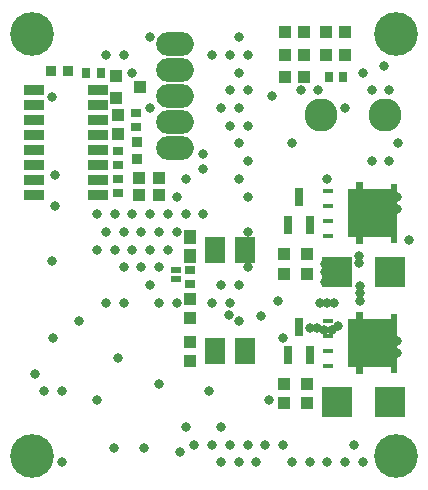
<source format=gbs>
G04*
G04 #@! TF.GenerationSoftware,Altium Limited,Altium Designer,24.6.1 (21)*
G04*
G04 Layer_Color=16711935*
%FSLAX44Y44*%
%MOMM*%
G71*
G04*
G04 #@! TF.SameCoordinates,7DB87AFF-7CBC-4857-802F-EC09E7027B42*
G04*
G04*
G04 #@! TF.FilePolarity,Negative*
G04*
G01*
G75*
%ADD15R,1.0621X1.1350*%
%ADD16R,1.1350X1.0621*%
%ADD19R,0.7500X0.9000*%
%ADD26R,0.9000X0.7500*%
%ADD31R,0.9032X0.6032*%
%ADD37C,2.8032*%
%ADD38C,3.7032*%
%ADD39C,0.8032*%
%ADD48R,0.9581X0.9621*%
%ADD50R,1.0582X1.2061*%
%ADD53R,0.9621X0.9350*%
%ADD54C,3.6549*%
%ADD55R,0.8200X0.4100*%
%ADD58R,1.7282X0.9032*%
%ADD59R,1.7532X2.3032*%
%ADD60R,2.5032X2.5032*%
%ADD61O,3.2032X2.0032*%
%ADD62R,1.1032X1.0032*%
%ADD63R,0.8032X1.5532*%
G36*
X301443Y137305D02*
X324543D01*
Y142000D01*
X329643D01*
Y92000D01*
X324543D01*
Y96695D01*
X301443D01*
Y90745D01*
X295343D01*
Y96695D01*
X288243D01*
Y117000D01*
Y137305D01*
X295343D01*
Y143255D01*
X301443D01*
Y137305D01*
D02*
G37*
G36*
Y247305D02*
X324543D01*
Y252000D01*
X329643D01*
Y202000D01*
X324543D01*
Y206695D01*
X301443D01*
Y200745D01*
X295343D01*
Y206695D01*
X288243D01*
Y227000D01*
Y247305D01*
X295343D01*
Y253255D01*
X301443D01*
Y247305D01*
D02*
G37*
D15*
X234000Y82154D02*
D03*
Y65846D02*
D03*
Y175846D02*
D03*
X155000Y118154D02*
D03*
Y101846D02*
D03*
Y154154D02*
D03*
Y137846D02*
D03*
X94000Y310154D02*
D03*
Y293846D02*
D03*
X254000Y192154D02*
D03*
Y175846D02*
D03*
X234000Y192154D02*
D03*
X254000Y65846D02*
D03*
Y82154D02*
D03*
D16*
X286154Y380000D02*
D03*
X234846Y342000D02*
D03*
X251154D02*
D03*
X286154Y361000D02*
D03*
X269846D02*
D03*
X234846D02*
D03*
X251154D02*
D03*
X251154Y380000D02*
D03*
X234846D02*
D03*
X269846D02*
D03*
X128154Y257000D02*
D03*
X111846D02*
D03*
X128154Y242000D02*
D03*
X111846D02*
D03*
D19*
X272000Y342000D02*
D03*
X284000D02*
D03*
X79000Y346000D02*
D03*
X67000D02*
D03*
D26*
X155000Y179000D02*
D03*
Y167000D02*
D03*
X94000Y244000D02*
D03*
Y256000D02*
D03*
Y280000D02*
D03*
Y268000D02*
D03*
X109000Y300000D02*
D03*
Y312000D02*
D03*
D31*
X143000Y178500D02*
D03*
Y171500D02*
D03*
D37*
X320000Y310000D02*
D03*
X266000D02*
D03*
D38*
X329000Y379000D02*
D03*
Y21000D02*
D03*
X21000D02*
D03*
Y379000D02*
D03*
D39*
X38163Y186271D02*
D03*
X283000Y172000D02*
D03*
Y180000D02*
D03*
X76000Y69000D02*
D03*
X298000Y185000D02*
D03*
X331000Y286000D02*
D03*
X323500Y331000D02*
D03*
Y271000D02*
D03*
X301000Y346000D02*
D03*
X308500Y331000D02*
D03*
Y271000D02*
D03*
X301000Y16000D02*
D03*
X286000Y316000D02*
D03*
X293500Y31000D02*
D03*
X286000Y16000D02*
D03*
X271000Y256000D02*
D03*
Y16000D02*
D03*
X263500Y331000D02*
D03*
X256000Y16000D02*
D03*
X248500Y331000D02*
D03*
X241000Y286000D02*
D03*
Y16000D02*
D03*
X233500Y121000D02*
D03*
Y31000D02*
D03*
X218500D02*
D03*
X211000Y16000D02*
D03*
X196000Y376000D02*
D03*
X203500Y361000D02*
D03*
X196000Y346000D02*
D03*
X203500Y331000D02*
D03*
X196000Y316000D02*
D03*
X203500Y301000D02*
D03*
X196000Y286000D02*
D03*
X203500Y271000D02*
D03*
X196000Y256000D02*
D03*
X203500Y241000D02*
D03*
Y211000D02*
D03*
Y181000D02*
D03*
X196000Y166000D02*
D03*
Y136000D02*
D03*
X203500Y31000D02*
D03*
X196000Y16000D02*
D03*
X188500Y361000D02*
D03*
Y331000D02*
D03*
X181000Y316000D02*
D03*
X188500Y301000D02*
D03*
X181000Y166000D02*
D03*
X188500Y151000D02*
D03*
X181000Y46000D02*
D03*
X188500Y31000D02*
D03*
X181000Y16000D02*
D03*
X173500Y361000D02*
D03*
X166000Y226000D02*
D03*
X173500Y151000D02*
D03*
Y31000D02*
D03*
X151000Y256000D02*
D03*
Y226000D02*
D03*
Y46000D02*
D03*
X158500Y31000D02*
D03*
X143500Y241000D02*
D03*
X136000Y226000D02*
D03*
X143500Y211000D02*
D03*
X136000Y196000D02*
D03*
X143500Y151000D02*
D03*
X121000Y376000D02*
D03*
Y316000D02*
D03*
Y226000D02*
D03*
X128500Y211000D02*
D03*
X121000Y196000D02*
D03*
X128500Y181000D02*
D03*
X121000Y166000D02*
D03*
X128500Y151000D02*
D03*
X106000Y346000D02*
D03*
Y226000D02*
D03*
X113500Y211000D02*
D03*
X106000Y196000D02*
D03*
X113500Y181000D02*
D03*
X98500Y361000D02*
D03*
X91000Y226000D02*
D03*
X98500Y211000D02*
D03*
X91000Y196000D02*
D03*
X98500Y181000D02*
D03*
Y151000D02*
D03*
X83500Y361000D02*
D03*
X76000Y226000D02*
D03*
X83500Y211000D02*
D03*
X76000Y196000D02*
D03*
X83500Y151000D02*
D03*
X61000Y136000D02*
D03*
X46000Y76000D02*
D03*
Y16000D02*
D03*
X38500Y121000D02*
D03*
X31000Y76000D02*
D03*
X23500Y91000D02*
D03*
X229000Y153000D02*
D03*
X215000Y140000D02*
D03*
X222000Y69000D02*
D03*
X188000Y141000D02*
D03*
X268000Y128460D02*
D03*
X275000D02*
D03*
X280433Y131814D02*
D03*
X262000Y130000D02*
D03*
X256000D02*
D03*
X224090Y325800D02*
D03*
X38000Y325000D02*
D03*
X171000Y76000D02*
D03*
X155000Y137846D02*
D03*
Y119000D02*
D03*
X166000Y264000D02*
D03*
Y277000D02*
D03*
X40625Y259000D02*
D03*
X40000Y233000D02*
D03*
X340000Y204000D02*
D03*
X319000Y352000D02*
D03*
X265000Y151000D02*
D03*
X271000D02*
D03*
X277000D02*
D03*
X298000Y191000D02*
D03*
X299000Y165000D02*
D03*
Y159000D02*
D03*
Y153000D02*
D03*
X269000Y184000D02*
D03*
X277000Y169000D02*
D03*
Y177000D02*
D03*
Y184000D02*
D03*
X269000Y177000D02*
D03*
Y169000D02*
D03*
X329641Y108879D02*
D03*
Y118879D02*
D03*
X300000Y109000D02*
D03*
X320000Y119000D02*
D03*
X310000D02*
D03*
X300000D02*
D03*
X310000Y109000D02*
D03*
X320000D02*
D03*
X320000Y231000D02*
D03*
X310000D02*
D03*
X300000Y241000D02*
D03*
X310000D02*
D03*
X320000D02*
D03*
X300000Y231000D02*
D03*
X329641Y240879D02*
D03*
Y230879D02*
D03*
X115350Y27880D02*
D03*
X146000Y24500D02*
D03*
X128050Y82120D02*
D03*
X93846Y104000D02*
D03*
X89950Y27880D02*
D03*
D48*
X36730Y347000D02*
D03*
X51270D02*
D03*
D50*
X155000Y190989D02*
D03*
Y207011D02*
D03*
D53*
X110000Y272846D02*
D03*
Y287154D02*
D03*
D54*
X309000Y117000D02*
D03*
Y227000D02*
D03*
D55*
X271243Y136050D02*
D03*
Y123350D02*
D03*
Y110650D02*
D03*
Y97950D02*
D03*
Y246050D02*
D03*
Y233350D02*
D03*
Y220650D02*
D03*
Y207950D02*
D03*
D58*
X22380Y306086D02*
D03*
Y293386D02*
D03*
Y280686D02*
D03*
Y267986D02*
D03*
Y255286D02*
D03*
Y242586D02*
D03*
X76620D02*
D03*
Y255286D02*
D03*
Y267986D02*
D03*
Y280686D02*
D03*
Y293386D02*
D03*
Y306086D02*
D03*
Y318786D02*
D03*
Y331486D02*
D03*
X22380Y318786D02*
D03*
Y331486D02*
D03*
D59*
X176298Y196001D02*
D03*
X201698D02*
D03*
Y110001D02*
D03*
X176298D02*
D03*
D60*
X324000Y177000D02*
D03*
X279000D02*
D03*
X324000Y67000D02*
D03*
X279000D02*
D03*
D61*
X142000Y282000D02*
D03*
Y370000D02*
D03*
Y304000D02*
D03*
Y348000D02*
D03*
X142000Y326000D02*
D03*
D62*
X112000Y334000D02*
D03*
X92000Y343500D02*
D03*
Y324500D02*
D03*
D63*
X247000Y241000D02*
D03*
X237500Y217000D02*
D03*
X256500D02*
D03*
X247000Y131000D02*
D03*
X237500Y107000D02*
D03*
X256500D02*
D03*
M02*

</source>
